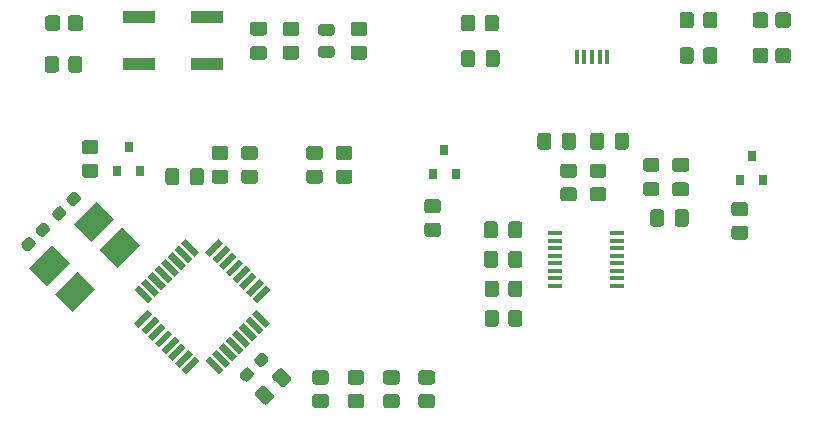
<source format=gbr>
%TF.GenerationSoftware,KiCad,Pcbnew,5.1.9-73d0e3b20d~88~ubuntu20.04.1*%
%TF.CreationDate,2021-01-19T09:01:57+01:00*%
%TF.ProjectId,luncheonmeat,6c756e63-6865-46f6-9e6d-6561742e6b69,v0.2.3*%
%TF.SameCoordinates,PX4f27ac0PYb80f240*%
%TF.FileFunction,Paste,Top*%
%TF.FilePolarity,Positive*%
%FSLAX46Y46*%
G04 Gerber Fmt 4.6, Leading zero omitted, Abs format (unit mm)*
G04 Created by KiCad (PCBNEW 5.1.9-73d0e3b20d~88~ubuntu20.04.1) date 2021-01-19 09:01:57*
%MOMM*%
%LPD*%
G01*
G04 APERTURE LIST*
%ADD10C,0.150000*%
%ADD11R,2.800000X1.000000*%
%ADD12R,0.800000X0.900000*%
%ADD13R,0.450000X1.300000*%
%ADD14R,1.200000X0.400000*%
G04 APERTURE END LIST*
%TO.C,D2*%
G36*
G01*
X68912500Y126650001D02*
X68912500Y125849999D01*
G75*
G02*
X68662501Y125600000I-249999J0D01*
G01*
X67837499Y125600000D01*
G75*
G02*
X67587500Y125849999I0J249999D01*
G01*
X67587500Y126650001D01*
G75*
G02*
X67837499Y126900000I249999J0D01*
G01*
X68662501Y126900000D01*
G75*
G02*
X68912500Y126650001I0J-249999D01*
G01*
G37*
G36*
G01*
X70837500Y126650001D02*
X70837500Y125849999D01*
G75*
G02*
X70587501Y125600000I-249999J0D01*
G01*
X69762499Y125600000D01*
G75*
G02*
X69512500Y125849999I0J249999D01*
G01*
X69512500Y126650001D01*
G75*
G02*
X69762499Y126900000I249999J0D01*
G01*
X70587501Y126900000D01*
G75*
G02*
X70837500Y126650001I0J-249999D01*
G01*
G37*
%TD*%
%TO.C,R15*%
G36*
G01*
X24549999Y113600000D02*
X25450001Y113600000D01*
G75*
G02*
X25700000Y113350001I0J-249999D01*
G01*
X25700000Y112649999D01*
G75*
G02*
X25450001Y112400000I-249999J0D01*
G01*
X24549999Y112400000D01*
G75*
G02*
X24300000Y112649999I0J249999D01*
G01*
X24300000Y113350001D01*
G75*
G02*
X24549999Y113600000I249999J0D01*
G01*
G37*
G36*
G01*
X24549999Y115600000D02*
X25450001Y115600000D01*
G75*
G02*
X25700000Y115350001I0J-249999D01*
G01*
X25700000Y114649999D01*
G75*
G02*
X25450001Y114400000I-249999J0D01*
G01*
X24549999Y114400000D01*
G75*
G02*
X24300000Y114649999I0J249999D01*
G01*
X24300000Y115350001D01*
G75*
G02*
X24549999Y115600000I249999J0D01*
G01*
G37*
%TD*%
%TO.C,R2*%
G36*
G01*
X8850000Y122950001D02*
X8850000Y122049999D01*
G75*
G02*
X8600001Y121800000I-249999J0D01*
G01*
X7899999Y121800000D01*
G75*
G02*
X7650000Y122049999I0J249999D01*
G01*
X7650000Y122950001D01*
G75*
G02*
X7899999Y123200000I249999J0D01*
G01*
X8600001Y123200000D01*
G75*
G02*
X8850000Y122950001I0J-249999D01*
G01*
G37*
G36*
G01*
X10850000Y122950001D02*
X10850000Y122049999D01*
G75*
G02*
X10600001Y121800000I-249999J0D01*
G01*
X9899999Y121800000D01*
G75*
G02*
X9650000Y122049999I0J249999D01*
G01*
X9650000Y122950001D01*
G75*
G02*
X9899999Y123200000I249999J0D01*
G01*
X10600001Y123200000D01*
G75*
G02*
X10850000Y122950001I0J-249999D01*
G01*
G37*
%TD*%
%TO.C,D1*%
G36*
G01*
X8987500Y126400001D02*
X8987500Y125599999D01*
G75*
G02*
X8737501Y125350000I-249999J0D01*
G01*
X7912499Y125350000D01*
G75*
G02*
X7662500Y125599999I0J249999D01*
G01*
X7662500Y126400001D01*
G75*
G02*
X7912499Y126650000I249999J0D01*
G01*
X8737501Y126650000D01*
G75*
G02*
X8987500Y126400001I0J-249999D01*
G01*
G37*
G36*
G01*
X10912500Y126400001D02*
X10912500Y125599999D01*
G75*
G02*
X10662501Y125350000I-249999J0D01*
G01*
X9837499Y125350000D01*
G75*
G02*
X9587500Y125599999I0J249999D01*
G01*
X9587500Y126400001D01*
G75*
G02*
X9837499Y126650000I249999J0D01*
G01*
X10662501Y126650000D01*
G75*
G02*
X10912500Y126400001I0J-249999D01*
G01*
G37*
%TD*%
%TO.C,R17*%
G36*
G01*
X46900000Y103049999D02*
X46900000Y103950001D01*
G75*
G02*
X47149999Y104200000I249999J0D01*
G01*
X47850001Y104200000D01*
G75*
G02*
X48100000Y103950001I0J-249999D01*
G01*
X48100000Y103049999D01*
G75*
G02*
X47850001Y102800000I-249999J0D01*
G01*
X47149999Y102800000D01*
G75*
G02*
X46900000Y103049999I0J249999D01*
G01*
G37*
G36*
G01*
X44900000Y103049999D02*
X44900000Y103950001D01*
G75*
G02*
X45149999Y104200000I249999J0D01*
G01*
X45850001Y104200000D01*
G75*
G02*
X46100000Y103950001I0J-249999D01*
G01*
X46100000Y103049999D01*
G75*
G02*
X45850001Y102800000I-249999J0D01*
G01*
X45149999Y102800000D01*
G75*
G02*
X44900000Y103049999I0J249999D01*
G01*
G37*
%TD*%
%TO.C,R19*%
G36*
G01*
X66049999Y108850000D02*
X66950001Y108850000D01*
G75*
G02*
X67200000Y108600001I0J-249999D01*
G01*
X67200000Y107899999D01*
G75*
G02*
X66950001Y107650000I-249999J0D01*
G01*
X66049999Y107650000D01*
G75*
G02*
X65800000Y107899999I0J249999D01*
G01*
X65800000Y108600001D01*
G75*
G02*
X66049999Y108850000I249999J0D01*
G01*
G37*
G36*
G01*
X66049999Y110850000D02*
X66950001Y110850000D01*
G75*
G02*
X67200000Y110600001I0J-249999D01*
G01*
X67200000Y109899999D01*
G75*
G02*
X66950001Y109650000I-249999J0D01*
G01*
X66049999Y109650000D01*
G75*
G02*
X65800000Y109899999I0J249999D01*
G01*
X65800000Y110600001D01*
G75*
G02*
X66049999Y110850000I249999J0D01*
G01*
G37*
%TD*%
%TO.C,C13*%
G36*
G01*
X9102252Y110438128D02*
X9438128Y110102252D01*
G75*
G02*
X9438128Y109766376I-167938J-167938D01*
G01*
X9013864Y109342112D01*
G75*
G02*
X8677988Y109342112I-167938J167938D01*
G01*
X8342112Y109677988D01*
G75*
G02*
X8342112Y110013864I167938J167938D01*
G01*
X8766376Y110438128D01*
G75*
G02*
X9102252Y110438128I167938J-167938D01*
G01*
G37*
G36*
G01*
X10322012Y111657888D02*
X10657888Y111322012D01*
G75*
G02*
X10657888Y110986136I-167938J-167938D01*
G01*
X10233624Y110561872D01*
G75*
G02*
X9897748Y110561872I-167938J167938D01*
G01*
X9561872Y110897748D01*
G75*
G02*
X9561872Y111233624I167938J167938D01*
G01*
X9986136Y111657888D01*
G75*
G02*
X10322012Y111657888I167938J-167938D01*
G01*
G37*
%TD*%
%TO.C,R21*%
G36*
G01*
X11950001Y114900000D02*
X11049999Y114900000D01*
G75*
G02*
X10800000Y115149999I0J249999D01*
G01*
X10800000Y115850001D01*
G75*
G02*
X11049999Y116100000I249999J0D01*
G01*
X11950001Y116100000D01*
G75*
G02*
X12200000Y115850001I0J-249999D01*
G01*
X12200000Y115149999D01*
G75*
G02*
X11950001Y114900000I-249999J0D01*
G01*
G37*
G36*
G01*
X11950001Y112900000D02*
X11049999Y112900000D01*
G75*
G02*
X10800000Y113149999I0J249999D01*
G01*
X10800000Y113850001D01*
G75*
G02*
X11049999Y114100000I249999J0D01*
G01*
X11950001Y114100000D01*
G75*
G02*
X12200000Y113850001I0J-249999D01*
G01*
X12200000Y113149999D01*
G75*
G02*
X11950001Y112900000I-249999J0D01*
G01*
G37*
%TD*%
%TO.C,R13*%
G36*
G01*
X32549999Y113600000D02*
X33450001Y113600000D01*
G75*
G02*
X33700000Y113350001I0J-249999D01*
G01*
X33700000Y112649999D01*
G75*
G02*
X33450001Y112400000I-249999J0D01*
G01*
X32549999Y112400000D01*
G75*
G02*
X32300000Y112649999I0J249999D01*
G01*
X32300000Y113350001D01*
G75*
G02*
X32549999Y113600000I249999J0D01*
G01*
G37*
G36*
G01*
X32549999Y115600000D02*
X33450001Y115600000D01*
G75*
G02*
X33700000Y115350001I0J-249999D01*
G01*
X33700000Y114649999D01*
G75*
G02*
X33450001Y114400000I-249999J0D01*
G01*
X32549999Y114400000D01*
G75*
G02*
X32300000Y114649999I0J249999D01*
G01*
X32300000Y115350001D01*
G75*
G02*
X32549999Y115600000I249999J0D01*
G01*
G37*
%TD*%
%TO.C,R6*%
G36*
G01*
X51549999Y112100000D02*
X52450001Y112100000D01*
G75*
G02*
X52700000Y111850001I0J-249999D01*
G01*
X52700000Y111149999D01*
G75*
G02*
X52450001Y110900000I-249999J0D01*
G01*
X51549999Y110900000D01*
G75*
G02*
X51300000Y111149999I0J249999D01*
G01*
X51300000Y111850001D01*
G75*
G02*
X51549999Y112100000I249999J0D01*
G01*
G37*
G36*
G01*
X51549999Y114100000D02*
X52450001Y114100000D01*
G75*
G02*
X52700000Y113850001I0J-249999D01*
G01*
X52700000Y113149999D01*
G75*
G02*
X52450001Y112900000I-249999J0D01*
G01*
X51549999Y112900000D01*
G75*
G02*
X51300000Y113149999I0J249999D01*
G01*
X51300000Y113850001D01*
G75*
G02*
X51549999Y114100000I249999J0D01*
G01*
G37*
%TD*%
D10*
%TO.C,U1*%
G36*
X21654074Y106224963D02*
G01*
X21265165Y106613872D01*
X22396536Y107745243D01*
X22785445Y107356334D01*
X21654074Y106224963D01*
G37*
G36*
X22219759Y105659277D02*
G01*
X21830850Y106048186D01*
X22962221Y107179557D01*
X23351130Y106790648D01*
X22219759Y105659277D01*
G37*
G36*
X22785445Y105093592D02*
G01*
X22396536Y105482501D01*
X23527907Y106613872D01*
X23916816Y106224963D01*
X22785445Y105093592D01*
G37*
G36*
X23351130Y104527907D02*
G01*
X22962221Y104916816D01*
X24093592Y106048187D01*
X24482501Y105659278D01*
X23351130Y104527907D01*
G37*
G36*
X23916816Y103962221D02*
G01*
X23527907Y104351130D01*
X24659278Y105482501D01*
X25048187Y105093592D01*
X23916816Y103962221D01*
G37*
G36*
X24482501Y103396536D02*
G01*
X24093592Y103785445D01*
X25224963Y104916816D01*
X25613872Y104527907D01*
X24482501Y103396536D01*
G37*
G36*
X25048186Y102830850D02*
G01*
X24659277Y103219759D01*
X25790648Y104351130D01*
X26179557Y103962221D01*
X25048186Y102830850D01*
G37*
G36*
X25613872Y102265165D02*
G01*
X25224963Y102654074D01*
X26356334Y103785445D01*
X26745243Y103396536D01*
X25613872Y102265165D01*
G37*
G36*
X25224963Y101345926D02*
G01*
X25613872Y101734835D01*
X26745243Y100603464D01*
X26356334Y100214555D01*
X25224963Y101345926D01*
G37*
G36*
X24659277Y100780241D02*
G01*
X25048186Y101169150D01*
X26179557Y100037779D01*
X25790648Y99648870D01*
X24659277Y100780241D01*
G37*
G36*
X24093592Y100214555D02*
G01*
X24482501Y100603464D01*
X25613872Y99472093D01*
X25224963Y99083184D01*
X24093592Y100214555D01*
G37*
G36*
X23527907Y99648870D02*
G01*
X23916816Y100037779D01*
X25048187Y98906408D01*
X24659278Y98517499D01*
X23527907Y99648870D01*
G37*
G36*
X22962221Y99083184D02*
G01*
X23351130Y99472093D01*
X24482501Y98340722D01*
X24093592Y97951813D01*
X22962221Y99083184D01*
G37*
G36*
X22396536Y98517499D02*
G01*
X22785445Y98906408D01*
X23916816Y97775037D01*
X23527907Y97386128D01*
X22396536Y98517499D01*
G37*
G36*
X21830850Y97951814D02*
G01*
X22219759Y98340723D01*
X23351130Y97209352D01*
X22962221Y96820443D01*
X21830850Y97951814D01*
G37*
G36*
X21265165Y97386128D02*
G01*
X21654074Y97775037D01*
X22785445Y96643666D01*
X22396536Y96254757D01*
X21265165Y97386128D01*
G37*
G36*
X19603464Y96254757D02*
G01*
X19214555Y96643666D01*
X20345926Y97775037D01*
X20734835Y97386128D01*
X19603464Y96254757D01*
G37*
G36*
X19037779Y96820443D02*
G01*
X18648870Y97209352D01*
X19780241Y98340723D01*
X20169150Y97951814D01*
X19037779Y96820443D01*
G37*
G36*
X18472093Y97386128D02*
G01*
X18083184Y97775037D01*
X19214555Y98906408D01*
X19603464Y98517499D01*
X18472093Y97386128D01*
G37*
G36*
X17906408Y97951813D02*
G01*
X17517499Y98340722D01*
X18648870Y99472093D01*
X19037779Y99083184D01*
X17906408Y97951813D01*
G37*
G36*
X17340722Y98517499D02*
G01*
X16951813Y98906408D01*
X18083184Y100037779D01*
X18472093Y99648870D01*
X17340722Y98517499D01*
G37*
G36*
X16775037Y99083184D02*
G01*
X16386128Y99472093D01*
X17517499Y100603464D01*
X17906408Y100214555D01*
X16775037Y99083184D01*
G37*
G36*
X16209352Y99648870D02*
G01*
X15820443Y100037779D01*
X16951814Y101169150D01*
X17340723Y100780241D01*
X16209352Y99648870D01*
G37*
G36*
X15643666Y100214555D02*
G01*
X15254757Y100603464D01*
X16386128Y101734835D01*
X16775037Y101345926D01*
X15643666Y100214555D01*
G37*
G36*
X15254757Y103396536D02*
G01*
X15643666Y103785445D01*
X16775037Y102654074D01*
X16386128Y102265165D01*
X15254757Y103396536D01*
G37*
G36*
X15820443Y103962221D02*
G01*
X16209352Y104351130D01*
X17340723Y103219759D01*
X16951814Y102830850D01*
X15820443Y103962221D01*
G37*
G36*
X16386128Y104527907D02*
G01*
X16775037Y104916816D01*
X17906408Y103785445D01*
X17517499Y103396536D01*
X16386128Y104527907D01*
G37*
G36*
X16951813Y105093592D02*
G01*
X17340722Y105482501D01*
X18472093Y104351130D01*
X18083184Y103962221D01*
X16951813Y105093592D01*
G37*
G36*
X17517499Y105659278D02*
G01*
X17906408Y106048187D01*
X19037779Y104916816D01*
X18648870Y104527907D01*
X17517499Y105659278D01*
G37*
G36*
X18083184Y106224963D02*
G01*
X18472093Y106613872D01*
X19603464Y105482501D01*
X19214555Y105093592D01*
X18083184Y106224963D01*
G37*
G36*
X18648870Y106790648D02*
G01*
X19037779Y107179557D01*
X20169150Y106048186D01*
X19780241Y105659277D01*
X18648870Y106790648D01*
G37*
G36*
X19214555Y107356334D02*
G01*
X19603464Y107745243D01*
X20734835Y106613872D01*
X20345926Y106224963D01*
X19214555Y107356334D01*
G37*
%TD*%
%TO.C,L1*%
G36*
G01*
X58549999Y112525000D02*
X59450001Y112525000D01*
G75*
G02*
X59700000Y112275001I0J-249999D01*
G01*
X59700000Y111624999D01*
G75*
G02*
X59450001Y111375000I-249999J0D01*
G01*
X58549999Y111375000D01*
G75*
G02*
X58300000Y111624999I0J249999D01*
G01*
X58300000Y112275001D01*
G75*
G02*
X58549999Y112525000I249999J0D01*
G01*
G37*
G36*
G01*
X58549999Y114575000D02*
X59450001Y114575000D01*
G75*
G02*
X59700000Y114325001I0J-249999D01*
G01*
X59700000Y113674999D01*
G75*
G02*
X59450001Y113425000I-249999J0D01*
G01*
X58549999Y113425000D01*
G75*
G02*
X58300000Y113674999I0J249999D01*
G01*
X58300000Y114325001D01*
G75*
G02*
X58549999Y114575000I249999J0D01*
G01*
G37*
%TD*%
%TO.C,R11*%
G36*
G01*
X37450001Y95400000D02*
X36549999Y95400000D01*
G75*
G02*
X36300000Y95649999I0J249999D01*
G01*
X36300000Y96350001D01*
G75*
G02*
X36549999Y96600000I249999J0D01*
G01*
X37450001Y96600000D01*
G75*
G02*
X37700000Y96350001I0J-249999D01*
G01*
X37700000Y95649999D01*
G75*
G02*
X37450001Y95400000I-249999J0D01*
G01*
G37*
G36*
G01*
X37450001Y93400000D02*
X36549999Y93400000D01*
G75*
G02*
X36300000Y93649999I0J249999D01*
G01*
X36300000Y94350001D01*
G75*
G02*
X36549999Y94600000I249999J0D01*
G01*
X37450001Y94600000D01*
G75*
G02*
X37700000Y94350001I0J-249999D01*
G01*
X37700000Y93649999D01*
G75*
G02*
X37450001Y93400000I-249999J0D01*
G01*
G37*
%TD*%
%TO.C,R10*%
G36*
G01*
X34450001Y95400000D02*
X33549999Y95400000D01*
G75*
G02*
X33300000Y95649999I0J249999D01*
G01*
X33300000Y96350001D01*
G75*
G02*
X33549999Y96600000I249999J0D01*
G01*
X34450001Y96600000D01*
G75*
G02*
X34700000Y96350001I0J-249999D01*
G01*
X34700000Y95649999D01*
G75*
G02*
X34450001Y95400000I-249999J0D01*
G01*
G37*
G36*
G01*
X34450001Y93400000D02*
X33549999Y93400000D01*
G75*
G02*
X33300000Y93649999I0J249999D01*
G01*
X33300000Y94350001D01*
G75*
G02*
X33549999Y94600000I249999J0D01*
G01*
X34450001Y94600000D01*
G75*
G02*
X34700000Y94350001I0J-249999D01*
G01*
X34700000Y93649999D01*
G75*
G02*
X34450001Y93400000I-249999J0D01*
G01*
G37*
%TD*%
%TO.C,R7*%
G36*
G01*
X33799999Y124100000D02*
X34700001Y124100000D01*
G75*
G02*
X34950000Y123850001I0J-249999D01*
G01*
X34950000Y123149999D01*
G75*
G02*
X34700001Y122900000I-249999J0D01*
G01*
X33799999Y122900000D01*
G75*
G02*
X33550000Y123149999I0J249999D01*
G01*
X33550000Y123850001D01*
G75*
G02*
X33799999Y124100000I249999J0D01*
G01*
G37*
G36*
G01*
X33799999Y126100000D02*
X34700001Y126100000D01*
G75*
G02*
X34950000Y125850001I0J-249999D01*
G01*
X34950000Y125149999D01*
G75*
G02*
X34700001Y124900000I-249999J0D01*
G01*
X33799999Y124900000D01*
G75*
G02*
X33550000Y125149999I0J249999D01*
G01*
X33550000Y125850001D01*
G75*
G02*
X33799999Y126100000I249999J0D01*
G01*
G37*
%TD*%
%TO.C,R5*%
G36*
G01*
X54049999Y112100000D02*
X54950001Y112100000D01*
G75*
G02*
X55200000Y111850001I0J-249999D01*
G01*
X55200000Y111149999D01*
G75*
G02*
X54950001Y110900000I-249999J0D01*
G01*
X54049999Y110900000D01*
G75*
G02*
X53800000Y111149999I0J249999D01*
G01*
X53800000Y111850001D01*
G75*
G02*
X54049999Y112100000I249999J0D01*
G01*
G37*
G36*
G01*
X54049999Y114100000D02*
X54950001Y114100000D01*
G75*
G02*
X55200000Y113850001I0J-249999D01*
G01*
X55200000Y113149999D01*
G75*
G02*
X54950001Y112900000I-249999J0D01*
G01*
X54049999Y112900000D01*
G75*
G02*
X53800000Y113149999I0J249999D01*
G01*
X53800000Y113850001D01*
G75*
G02*
X54049999Y114100000I249999J0D01*
G01*
G37*
%TD*%
%TO.C,C3*%
G36*
G01*
X51450000Y115525000D02*
X51450000Y116475000D01*
G75*
G02*
X51700000Y116725000I250000J0D01*
G01*
X52375000Y116725000D01*
G75*
G02*
X52625000Y116475000I0J-250000D01*
G01*
X52625000Y115525000D01*
G75*
G02*
X52375000Y115275000I-250000J0D01*
G01*
X51700000Y115275000D01*
G75*
G02*
X51450000Y115525000I0J250000D01*
G01*
G37*
G36*
G01*
X49375000Y115525000D02*
X49375000Y116475000D01*
G75*
G02*
X49625000Y116725000I250000J0D01*
G01*
X50300000Y116725000D01*
G75*
G02*
X50550000Y116475000I0J-250000D01*
G01*
X50550000Y115525000D01*
G75*
G02*
X50300000Y115275000I-250000J0D01*
G01*
X49625000Y115275000D01*
G75*
G02*
X49375000Y115525000I0J250000D01*
G01*
G37*
%TD*%
%TO.C,C4*%
G36*
G01*
X55912500Y115525000D02*
X55912500Y116475000D01*
G75*
G02*
X56162500Y116725000I250000J0D01*
G01*
X56837500Y116725000D01*
G75*
G02*
X57087500Y116475000I0J-250000D01*
G01*
X57087500Y115525000D01*
G75*
G02*
X56837500Y115275000I-250000J0D01*
G01*
X56162500Y115275000D01*
G75*
G02*
X55912500Y115525000I0J250000D01*
G01*
G37*
G36*
G01*
X53837500Y115525000D02*
X53837500Y116475000D01*
G75*
G02*
X54087500Y116725000I250000J0D01*
G01*
X54762500Y116725000D01*
G75*
G02*
X55012500Y116475000I0J-250000D01*
G01*
X55012500Y115525000D01*
G75*
G02*
X54762500Y115275000I-250000J0D01*
G01*
X54087500Y115275000D01*
G75*
G02*
X53837500Y115525000I0J250000D01*
G01*
G37*
%TD*%
D11*
%TO.C,SW13*%
X15600000Y126500000D03*
X21400000Y126500000D03*
X15600000Y122500000D03*
X21400000Y122500000D03*
%TD*%
%TO.C,R8*%
G36*
G01*
X28049999Y124100000D02*
X28950001Y124100000D01*
G75*
G02*
X29200000Y123850001I0J-249999D01*
G01*
X29200000Y123149999D01*
G75*
G02*
X28950001Y122900000I-249999J0D01*
G01*
X28049999Y122900000D01*
G75*
G02*
X27800000Y123149999I0J249999D01*
G01*
X27800000Y123850001D01*
G75*
G02*
X28049999Y124100000I249999J0D01*
G01*
G37*
G36*
G01*
X28049999Y126100000D02*
X28950001Y126100000D01*
G75*
G02*
X29200000Y125850001I0J-249999D01*
G01*
X29200000Y125149999D01*
G75*
G02*
X28950001Y124900000I-249999J0D01*
G01*
X28049999Y124900000D01*
G75*
G02*
X27800000Y125149999I0J249999D01*
G01*
X27800000Y125850001D01*
G75*
G02*
X28049999Y126100000I249999J0D01*
G01*
G37*
%TD*%
%TO.C,R4*%
G36*
G01*
X62600000Y123700001D02*
X62600000Y122799999D01*
G75*
G02*
X62350001Y122550000I-249999J0D01*
G01*
X61649999Y122550000D01*
G75*
G02*
X61400000Y122799999I0J249999D01*
G01*
X61400000Y123700001D01*
G75*
G02*
X61649999Y123950000I249999J0D01*
G01*
X62350001Y123950000D01*
G75*
G02*
X62600000Y123700001I0J-249999D01*
G01*
G37*
G36*
G01*
X64600000Y123700001D02*
X64600000Y122799999D01*
G75*
G02*
X64350001Y122550000I-249999J0D01*
G01*
X63649999Y122550000D01*
G75*
G02*
X63400000Y122799999I0J249999D01*
G01*
X63400000Y123700001D01*
G75*
G02*
X63649999Y123950000I249999J0D01*
G01*
X64350001Y123950000D01*
G75*
G02*
X64600000Y123700001I0J-249999D01*
G01*
G37*
%TD*%
D12*
%TO.C,Q2*%
X41500000Y115250000D03*
X42450000Y113250000D03*
X40550000Y113250000D03*
%TD*%
%TO.C,Q3*%
X14750000Y115500000D03*
X15700000Y113500000D03*
X13800000Y113500000D03*
%TD*%
%TO.C,Q1*%
X67500000Y114750000D03*
X68450000Y112750000D03*
X66550000Y112750000D03*
%TD*%
D13*
%TO.C,J1*%
X52700000Y123100000D03*
X53350000Y123100000D03*
X54000000Y123100000D03*
X54650000Y123100000D03*
X55300000Y123100000D03*
%TD*%
%TO.C,C5*%
G36*
G01*
X46912500Y108025000D02*
X46912500Y108975000D01*
G75*
G02*
X47162500Y109225000I250000J0D01*
G01*
X47837500Y109225000D01*
G75*
G02*
X48087500Y108975000I0J-250000D01*
G01*
X48087500Y108025000D01*
G75*
G02*
X47837500Y107775000I-250000J0D01*
G01*
X47162500Y107775000D01*
G75*
G02*
X46912500Y108025000I0J250000D01*
G01*
G37*
G36*
G01*
X44837500Y108025000D02*
X44837500Y108975000D01*
G75*
G02*
X45087500Y109225000I250000J0D01*
G01*
X45762500Y109225000D01*
G75*
G02*
X46012500Y108975000I0J-250000D01*
G01*
X46012500Y108025000D01*
G75*
G02*
X45762500Y107775000I-250000J0D01*
G01*
X45087500Y107775000D01*
G75*
G02*
X44837500Y108025000I0J250000D01*
G01*
G37*
%TD*%
%TO.C,C6*%
G36*
G01*
X26329550Y95251301D02*
X27001301Y94579550D01*
G75*
G02*
X27001301Y94225996I-176777J-176777D01*
G01*
X26524004Y93748699D01*
G75*
G02*
X26170450Y93748699I-176777J176777D01*
G01*
X25498699Y94420450D01*
G75*
G02*
X25498699Y94774004I176777J176777D01*
G01*
X25975996Y95251301D01*
G75*
G02*
X26329550Y95251301I176777J-176777D01*
G01*
G37*
G36*
G01*
X27796796Y96718547D02*
X28468547Y96046796D01*
G75*
G02*
X28468547Y95693242I-176777J-176777D01*
G01*
X27991250Y95215945D01*
G75*
G02*
X27637696Y95215945I-176777J176777D01*
G01*
X26965945Y95887696D01*
G75*
G02*
X26965945Y96241250I176777J176777D01*
G01*
X27443242Y96718547D01*
G75*
G02*
X27796796Y96718547I176777J-176777D01*
G01*
G37*
%TD*%
%TO.C,C1*%
G36*
G01*
X44987500Y122525000D02*
X44987500Y123475000D01*
G75*
G02*
X45237500Y123725000I250000J0D01*
G01*
X45912500Y123725000D01*
G75*
G02*
X46162500Y123475000I0J-250000D01*
G01*
X46162500Y122525000D01*
G75*
G02*
X45912500Y122275000I-250000J0D01*
G01*
X45237500Y122275000D01*
G75*
G02*
X44987500Y122525000I0J250000D01*
G01*
G37*
G36*
G01*
X42912500Y122525000D02*
X42912500Y123475000D01*
G75*
G02*
X43162500Y123725000I250000J0D01*
G01*
X43837500Y123725000D01*
G75*
G02*
X44087500Y123475000I0J-250000D01*
G01*
X44087500Y122525000D01*
G75*
G02*
X43837500Y122275000I-250000J0D01*
G01*
X43162500Y122275000D01*
G75*
G02*
X42912500Y122525000I0J250000D01*
G01*
G37*
%TD*%
%TO.C,C2*%
G36*
G01*
X61975000Y113412500D02*
X61025000Y113412500D01*
G75*
G02*
X60775000Y113662500I0J250000D01*
G01*
X60775000Y114337500D01*
G75*
G02*
X61025000Y114587500I250000J0D01*
G01*
X61975000Y114587500D01*
G75*
G02*
X62225000Y114337500I0J-250000D01*
G01*
X62225000Y113662500D01*
G75*
G02*
X61975000Y113412500I-250000J0D01*
G01*
G37*
G36*
G01*
X61975000Y111337500D02*
X61025000Y111337500D01*
G75*
G02*
X60775000Y111587500I0J250000D01*
G01*
X60775000Y112262500D01*
G75*
G02*
X61025000Y112512500I250000J0D01*
G01*
X61975000Y112512500D01*
G75*
G02*
X62225000Y112262500I0J-250000D01*
G01*
X62225000Y111587500D01*
G75*
G02*
X61975000Y111337500I-250000J0D01*
G01*
G37*
%TD*%
%TO.C,C7*%
G36*
G01*
X25275000Y124050000D02*
X26225000Y124050000D01*
G75*
G02*
X26475000Y123800000I0J-250000D01*
G01*
X26475000Y123125000D01*
G75*
G02*
X26225000Y122875000I-250000J0D01*
G01*
X25275000Y122875000D01*
G75*
G02*
X25025000Y123125000I0J250000D01*
G01*
X25025000Y123800000D01*
G75*
G02*
X25275000Y124050000I250000J0D01*
G01*
G37*
G36*
G01*
X25275000Y126125000D02*
X26225000Y126125000D01*
G75*
G02*
X26475000Y125875000I0J-250000D01*
G01*
X26475000Y125200000D01*
G75*
G02*
X26225000Y124950000I-250000J0D01*
G01*
X25275000Y124950000D01*
G75*
G02*
X25025000Y125200000I0J250000D01*
G01*
X25025000Y125875000D01*
G75*
G02*
X25275000Y126125000I250000J0D01*
G01*
G37*
%TD*%
%TO.C,R18*%
G36*
G01*
X46900000Y100549999D02*
X46900000Y101450001D01*
G75*
G02*
X47149999Y101700000I249999J0D01*
G01*
X47850001Y101700000D01*
G75*
G02*
X48100000Y101450001I0J-249999D01*
G01*
X48100000Y100549999D01*
G75*
G02*
X47850001Y100300000I-249999J0D01*
G01*
X47149999Y100300000D01*
G75*
G02*
X46900000Y100549999I0J249999D01*
G01*
G37*
G36*
G01*
X44900000Y100549999D02*
X44900000Y101450001D01*
G75*
G02*
X45149999Y101700000I249999J0D01*
G01*
X45850001Y101700000D01*
G75*
G02*
X46100000Y101450001I0J-249999D01*
G01*
X46100000Y100549999D01*
G75*
G02*
X45850001Y100300000I-249999J0D01*
G01*
X45149999Y100300000D01*
G75*
G02*
X44900000Y100549999I0J249999D01*
G01*
G37*
%TD*%
%TO.C,C12*%
G36*
G01*
X7287868Y107951992D02*
X6951992Y108287868D01*
G75*
G02*
X6951992Y108623744I167938J167938D01*
G01*
X7376256Y109048008D01*
G75*
G02*
X7712132Y109048008I167938J-167938D01*
G01*
X8048008Y108712132D01*
G75*
G02*
X8048008Y108376256I-167938J-167938D01*
G01*
X7623744Y107951992D01*
G75*
G02*
X7287868Y107951992I-167938J167938D01*
G01*
G37*
G36*
G01*
X6068108Y106732232D02*
X5732232Y107068108D01*
G75*
G02*
X5732232Y107403984I167938J167938D01*
G01*
X6156496Y107828248D01*
G75*
G02*
X6492372Y107828248I167938J-167938D01*
G01*
X6828248Y107492372D01*
G75*
G02*
X6828248Y107156496I-167938J-167938D01*
G01*
X6403984Y106732232D01*
G75*
G02*
X6068108Y106732232I-167938J167938D01*
G01*
G37*
%TD*%
%TO.C,C8*%
G36*
G01*
X19950000Y112525000D02*
X19950000Y113475000D01*
G75*
G02*
X20200000Y113725000I250000J0D01*
G01*
X20875000Y113725000D01*
G75*
G02*
X21125000Y113475000I0J-250000D01*
G01*
X21125000Y112525000D01*
G75*
G02*
X20875000Y112275000I-250000J0D01*
G01*
X20200000Y112275000D01*
G75*
G02*
X19950000Y112525000I0J250000D01*
G01*
G37*
G36*
G01*
X17875000Y112525000D02*
X17875000Y113475000D01*
G75*
G02*
X18125000Y113725000I250000J0D01*
G01*
X18800000Y113725000D01*
G75*
G02*
X19050000Y113475000I0J-250000D01*
G01*
X19050000Y112525000D01*
G75*
G02*
X18800000Y112275000I-250000J0D01*
G01*
X18125000Y112275000D01*
G75*
G02*
X17875000Y112525000I0J250000D01*
G01*
G37*
%TD*%
%TO.C,R12*%
G36*
G01*
X40450001Y95400000D02*
X39549999Y95400000D01*
G75*
G02*
X39300000Y95649999I0J249999D01*
G01*
X39300000Y96350001D01*
G75*
G02*
X39549999Y96600000I249999J0D01*
G01*
X40450001Y96600000D01*
G75*
G02*
X40700000Y96350001I0J-249999D01*
G01*
X40700000Y95649999D01*
G75*
G02*
X40450001Y95400000I-249999J0D01*
G01*
G37*
G36*
G01*
X40450001Y93400000D02*
X39549999Y93400000D01*
G75*
G02*
X39300000Y93649999I0J249999D01*
G01*
X39300000Y94350001D01*
G75*
G02*
X39549999Y94600000I249999J0D01*
G01*
X40450001Y94600000D01*
G75*
G02*
X40700000Y94350001I0J-249999D01*
G01*
X40700000Y93649999D01*
G75*
G02*
X40450001Y93400000I-249999J0D01*
G01*
G37*
%TD*%
%TO.C,R14*%
G36*
G01*
X30049999Y113600000D02*
X30950001Y113600000D01*
G75*
G02*
X31200000Y113350001I0J-249999D01*
G01*
X31200000Y112649999D01*
G75*
G02*
X30950001Y112400000I-249999J0D01*
G01*
X30049999Y112400000D01*
G75*
G02*
X29800000Y112649999I0J249999D01*
G01*
X29800000Y113350001D01*
G75*
G02*
X30049999Y113600000I249999J0D01*
G01*
G37*
G36*
G01*
X30049999Y115600000D02*
X30950001Y115600000D01*
G75*
G02*
X31200000Y115350001I0J-249999D01*
G01*
X31200000Y114649999D01*
G75*
G02*
X30950001Y114400000I-249999J0D01*
G01*
X30049999Y114400000D01*
G75*
G02*
X29800000Y114649999I0J249999D01*
G01*
X29800000Y115350001D01*
G75*
G02*
X30049999Y115600000I249999J0D01*
G01*
G37*
%TD*%
%TO.C,D3*%
G36*
G01*
X68912500Y123650001D02*
X68912500Y122849999D01*
G75*
G02*
X68662501Y122600000I-249999J0D01*
G01*
X67837499Y122600000D01*
G75*
G02*
X67587500Y122849999I0J249999D01*
G01*
X67587500Y123650001D01*
G75*
G02*
X67837499Y123900000I249999J0D01*
G01*
X68662501Y123900000D01*
G75*
G02*
X68912500Y123650001I0J-249999D01*
G01*
G37*
G36*
G01*
X70837500Y123650001D02*
X70837500Y122849999D01*
G75*
G02*
X70587501Y122600000I-249999J0D01*
G01*
X69762499Y122600000D01*
G75*
G02*
X69512500Y122849999I0J249999D01*
G01*
X69512500Y123650001D01*
G75*
G02*
X69762499Y123900000I249999J0D01*
G01*
X70587501Y123900000D01*
G75*
G02*
X70837500Y123650001I0J-249999D01*
G01*
G37*
%TD*%
D14*
%TO.C,U2*%
X50900000Y103777500D03*
X50900000Y104412500D03*
X50900000Y105047500D03*
X50900000Y105682500D03*
X50900000Y106317500D03*
X50900000Y106952500D03*
X50900000Y107587500D03*
X50900000Y108222500D03*
X56100000Y108222500D03*
X56100000Y107587500D03*
X56100000Y106952500D03*
X56100000Y106317500D03*
X56100000Y105682500D03*
X56100000Y105047500D03*
X56100000Y104412500D03*
X56100000Y103777500D03*
%TD*%
%TO.C,R3*%
G36*
G01*
X62600000Y126700001D02*
X62600000Y125799999D01*
G75*
G02*
X62350001Y125550000I-249999J0D01*
G01*
X61649999Y125550000D01*
G75*
G02*
X61400000Y125799999I0J249999D01*
G01*
X61400000Y126700001D01*
G75*
G02*
X61649999Y126950000I249999J0D01*
G01*
X62350001Y126950000D01*
G75*
G02*
X62600000Y126700001I0J-249999D01*
G01*
G37*
G36*
G01*
X64600000Y126700001D02*
X64600000Y125799999D01*
G75*
G02*
X64350001Y125550000I-249999J0D01*
G01*
X63649999Y125550000D01*
G75*
G02*
X63400000Y125799999I0J249999D01*
G01*
X63400000Y126700001D01*
G75*
G02*
X63649999Y126950000I249999J0D01*
G01*
X64350001Y126950000D01*
G75*
G02*
X64600000Y126700001I0J-249999D01*
G01*
G37*
%TD*%
%TO.C,C10*%
G36*
G01*
X60987500Y109025000D02*
X60987500Y109975000D01*
G75*
G02*
X61237500Y110225000I250000J0D01*
G01*
X61912500Y110225000D01*
G75*
G02*
X62162500Y109975000I0J-250000D01*
G01*
X62162500Y109025000D01*
G75*
G02*
X61912500Y108775000I-250000J0D01*
G01*
X61237500Y108775000D01*
G75*
G02*
X60987500Y109025000I0J250000D01*
G01*
G37*
G36*
G01*
X58912500Y109025000D02*
X58912500Y109975000D01*
G75*
G02*
X59162500Y110225000I250000J0D01*
G01*
X59837500Y110225000D01*
G75*
G02*
X60087500Y109975000I0J-250000D01*
G01*
X60087500Y109025000D01*
G75*
G02*
X59837500Y108775000I-250000J0D01*
G01*
X59162500Y108775000D01*
G75*
G02*
X58912500Y109025000I0J250000D01*
G01*
G37*
%TD*%
%TO.C,C9*%
G36*
G01*
X46012500Y106475000D02*
X46012500Y105525000D01*
G75*
G02*
X45762500Y105275000I-250000J0D01*
G01*
X45087500Y105275000D01*
G75*
G02*
X44837500Y105525000I0J250000D01*
G01*
X44837500Y106475000D01*
G75*
G02*
X45087500Y106725000I250000J0D01*
G01*
X45762500Y106725000D01*
G75*
G02*
X46012500Y106475000I0J-250000D01*
G01*
G37*
G36*
G01*
X48087500Y106475000D02*
X48087500Y105525000D01*
G75*
G02*
X47837500Y105275000I-250000J0D01*
G01*
X47162500Y105275000D01*
G75*
G02*
X46912500Y105525000I0J250000D01*
G01*
X46912500Y106475000D01*
G75*
G02*
X47162500Y106725000I250000J0D01*
G01*
X47837500Y106725000D01*
G75*
G02*
X48087500Y106475000I0J-250000D01*
G01*
G37*
%TD*%
%TO.C,D4*%
G36*
G01*
X31956250Y124950000D02*
X31043750Y124950000D01*
G75*
G02*
X30800000Y125193750I0J243750D01*
G01*
X30800000Y125681250D01*
G75*
G02*
X31043750Y125925000I243750J0D01*
G01*
X31956250Y125925000D01*
G75*
G02*
X32200000Y125681250I0J-243750D01*
G01*
X32200000Y125193750D01*
G75*
G02*
X31956250Y124950000I-243750J0D01*
G01*
G37*
G36*
G01*
X31956250Y123075000D02*
X31043750Y123075000D01*
G75*
G02*
X30800000Y123318750I0J243750D01*
G01*
X30800000Y123806250D01*
G75*
G02*
X31043750Y124050000I243750J0D01*
G01*
X31956250Y124050000D01*
G75*
G02*
X32200000Y123806250I0J-243750D01*
G01*
X32200000Y123318750D01*
G75*
G02*
X31956250Y123075000I-243750J0D01*
G01*
G37*
%TD*%
%TO.C,R16*%
G36*
G01*
X22049999Y113600000D02*
X22950001Y113600000D01*
G75*
G02*
X23200000Y113350001I0J-249999D01*
G01*
X23200000Y112649999D01*
G75*
G02*
X22950001Y112400000I-249999J0D01*
G01*
X22049999Y112400000D01*
G75*
G02*
X21800000Y112649999I0J249999D01*
G01*
X21800000Y113350001D01*
G75*
G02*
X22049999Y113600000I249999J0D01*
G01*
G37*
G36*
G01*
X22049999Y115600000D02*
X22950001Y115600000D01*
G75*
G02*
X23200000Y115350001I0J-249999D01*
G01*
X23200000Y114649999D01*
G75*
G02*
X22950001Y114400000I-249999J0D01*
G01*
X22049999Y114400000D01*
G75*
G02*
X21800000Y114649999I0J249999D01*
G01*
X21800000Y115350001D01*
G75*
G02*
X22049999Y115600000I249999J0D01*
G01*
G37*
%TD*%
%TO.C,R9*%
G36*
G01*
X31450001Y95400000D02*
X30549999Y95400000D01*
G75*
G02*
X30300000Y95649999I0J249999D01*
G01*
X30300000Y96350001D01*
G75*
G02*
X30549999Y96600000I249999J0D01*
G01*
X31450001Y96600000D01*
G75*
G02*
X31700000Y96350001I0J-249999D01*
G01*
X31700000Y95649999D01*
G75*
G02*
X31450001Y95400000I-249999J0D01*
G01*
G37*
G36*
G01*
X31450001Y93400000D02*
X30549999Y93400000D01*
G75*
G02*
X30300000Y93649999I0J249999D01*
G01*
X30300000Y94350001D01*
G75*
G02*
X30549999Y94600000I249999J0D01*
G01*
X31450001Y94600000D01*
G75*
G02*
X31700000Y94350001I0J-249999D01*
G01*
X31700000Y93649999D01*
G75*
G02*
X31450001Y93400000I-249999J0D01*
G01*
G37*
%TD*%
%TO.C,R20*%
G36*
G01*
X40049999Y109100000D02*
X40950001Y109100000D01*
G75*
G02*
X41200000Y108850001I0J-249999D01*
G01*
X41200000Y108149999D01*
G75*
G02*
X40950001Y107900000I-249999J0D01*
G01*
X40049999Y107900000D01*
G75*
G02*
X39800000Y108149999I0J249999D01*
G01*
X39800000Y108850001D01*
G75*
G02*
X40049999Y109100000I249999J0D01*
G01*
G37*
G36*
G01*
X40049999Y111100000D02*
X40950001Y111100000D01*
G75*
G02*
X41200000Y110850001I0J-249999D01*
G01*
X41200000Y110149999D01*
G75*
G02*
X40950001Y109900000I-249999J0D01*
G01*
X40049999Y109900000D01*
G75*
G02*
X39800000Y110149999I0J249999D01*
G01*
X39800000Y110850001D01*
G75*
G02*
X40049999Y111100000I249999J0D01*
G01*
G37*
%TD*%
%TO.C,R1*%
G36*
G01*
X44100000Y126450001D02*
X44100000Y125549999D01*
G75*
G02*
X43850001Y125300000I-249999J0D01*
G01*
X43149999Y125300000D01*
G75*
G02*
X42900000Y125549999I0J249999D01*
G01*
X42900000Y126450001D01*
G75*
G02*
X43149999Y126700000I249999J0D01*
G01*
X43850001Y126700000D01*
G75*
G02*
X44100000Y126450001I0J-249999D01*
G01*
G37*
G36*
G01*
X46100000Y126450001D02*
X46100000Y125549999D01*
G75*
G02*
X45850001Y125300000I-249999J0D01*
G01*
X45149999Y125300000D01*
G75*
G02*
X44900000Y125549999I0J249999D01*
G01*
X44900000Y126450001D01*
G75*
G02*
X45149999Y126700000I249999J0D01*
G01*
X45850001Y126700000D01*
G75*
G02*
X46100000Y126450001I0J-249999D01*
G01*
G37*
%TD*%
D10*
%TO.C,Y1*%
G36*
X7848172Y103747310D02*
G01*
X6363248Y105232234D01*
X8272436Y107141422D01*
X9757360Y105656498D01*
X7848172Y103747310D01*
G37*
G36*
X11595837Y107494975D02*
G01*
X10110913Y108979899D01*
X12020101Y110889087D01*
X13505025Y109404163D01*
X11595837Y107494975D01*
G37*
G36*
X13787868Y105302944D02*
G01*
X12302944Y106787868D01*
X14212132Y108697056D01*
X15697056Y107212132D01*
X13787868Y105302944D01*
G37*
G36*
X10040203Y101555279D02*
G01*
X8555279Y103040203D01*
X10464467Y104949391D01*
X11949391Y103464467D01*
X10040203Y101555279D01*
G37*
%TD*%
%TO.C,C11*%
G36*
G01*
X25784143Y96948267D02*
X25448267Y97284143D01*
G75*
G02*
X25448267Y97620019I167938J167938D01*
G01*
X25854853Y98026605D01*
G75*
G02*
X26190729Y98026605I167938J-167938D01*
G01*
X26526605Y97690729D01*
G75*
G02*
X26526605Y97354853I-167938J-167938D01*
G01*
X26120019Y96948267D01*
G75*
G02*
X25784143Y96948267I-167938J167938D01*
G01*
G37*
G36*
G01*
X24546707Y95710831D02*
X24210831Y96046707D01*
G75*
G02*
X24210831Y96382583I167938J167938D01*
G01*
X24617417Y96789169D01*
G75*
G02*
X24953293Y96789169I167938J-167938D01*
G01*
X25289169Y96453293D01*
G75*
G02*
X25289169Y96117417I-167938J-167938D01*
G01*
X24882583Y95710831D01*
G75*
G02*
X24546707Y95710831I-167938J167938D01*
G01*
G37*
%TD*%
M02*

</source>
